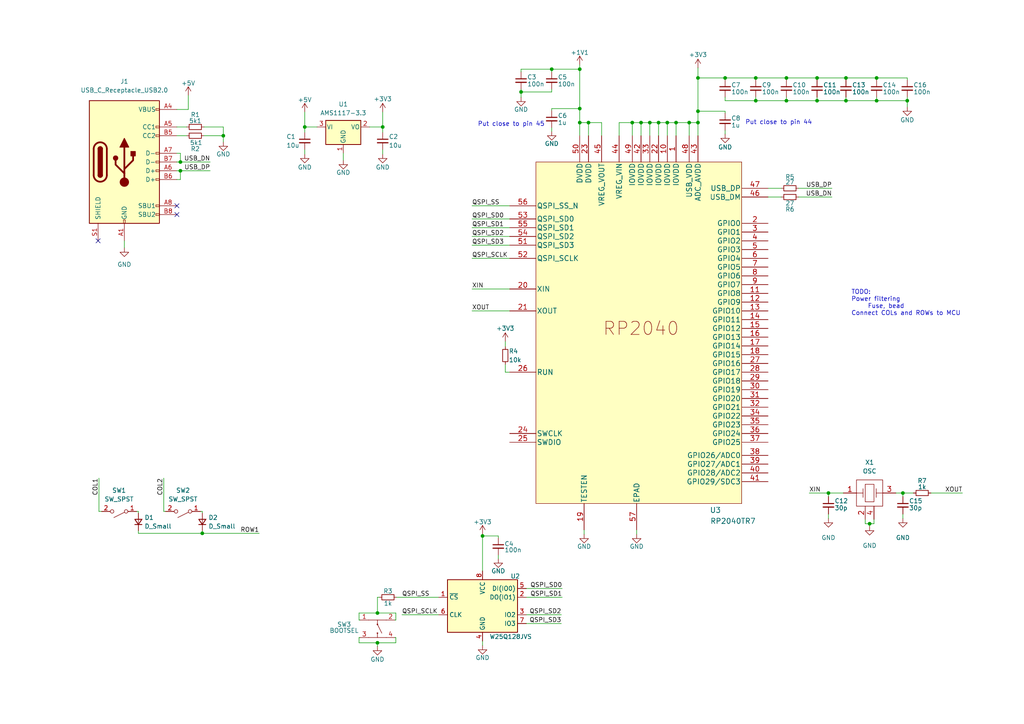
<source format=kicad_sch>
(kicad_sch (version 20211123) (generator eeschema)
  (paper "A4")
  (lib_symbols
    (symbol "Connector:USB_C_Receptacle_USB2.0" (pin_names (offset 1.016))
      (property "Reference" "J" (at -10.16 19.05 0))
      (property "Value" "USB_C_Receptacle_USB2.0" (at 19.05 19.05 0))
      (symbol "USB_C_Receptacle_USB2.0_0_0"
        (rectangle (start -0.254 -17.78) (end 0.254 -16.764))
        (rectangle (start 10.16 -14.986) (end 9.144 -15.494))
        (rectangle (start 10.16 -12.446) (end 9.144 -12.954))
        (rectangle (start 10.16 -4.826) (end 9.144 -5.334))
        (rectangle (start 10.16 -2.286) (end 9.144 -2.794))
        (rectangle (start 10.16 0.254) (end 9.144 -0.254))
        (rectangle (start 10.16 2.794) (end 9.144 2.286))
        (rectangle (start 10.16 7.874) (end 9.144 7.366))
        (rectangle (start 10.16 10.414) (end 9.144 9.906))
        (rectangle (start 10.16 15.494) (end 9.144 14.986))
      )
      (symbol "USB_C_Receptacle_USB2.0_0_1"
        (rectangle (start -10.16 17.78) (end 10.16 -17.78) (stroke (width 0.254)) (fill (type background)))
        (arc (start -8.89 -3.81) (mid -6.985 -5.715) (end -5.08 -3.81) (stroke (width 0.508)))
        (arc (start -7.62 -3.81) (mid -6.985 -4.445) (end -6.35 -3.81) (stroke (width 0.254)))
        (arc (start -7.62 -3.81) (mid -6.985 -4.445) (end -6.35 -3.81) (stroke (width 0.254)) (fill (type outline)))
        (rectangle (start -7.62 -3.81) (end -6.35 3.81) (stroke (width 0.254)) (fill (type outline)))
        (arc (start -6.35 3.81) (mid -6.985 4.445) (end -7.62 3.81) (stroke (width 0.254)))
        (arc (start -6.35 3.81) (mid -6.985 4.445) (end -7.62 3.81) (stroke (width 0.254)) (fill (type outline)))
        (arc (start -5.08 3.81) (mid -6.985 5.715) (end -8.89 3.81) (stroke (width 0.508)))
        (circle (center -2.54 1.143) (radius 0.635) (stroke (width 0.254)) (fill (type outline)))
        (circle (center 0 -5.842) (radius 1.27) (fill (type outline)))
        (polyline (pts (xy -8.89 -3.81) (xy -8.89 3.81)) (stroke (width 0.508)))
        (polyline (pts (xy -5.08 3.81) (xy -5.08 -3.81)) (stroke (width 0.508)))
        (polyline (pts (xy 0 -5.842) (xy 0 4.318)) (stroke (width 0.508)))
        (polyline (pts (xy 0 -3.302) (xy -2.54 -0.762) (xy -2.54 0.508)) (stroke (width 0.508)))
        (polyline (pts (xy 0 -2.032) (xy 2.54 0.508) (xy 2.54 1.778)) (stroke (width 0.508)))
        (polyline (pts (xy -1.27 4.318) (xy 0 6.858) (xy 1.27 4.318) (xy -1.27 4.318)) (stroke (width 0.254)) (fill (type outline)))
        (rectangle (start 1.905 1.778) (end 3.175 3.048) (stroke (width 0.254)) (fill (type outline)))
      )
      (symbol "USB_C_Receptacle_USB2.0_1_1"
        (pin passive line (at 0 -22.86 90) (length 5.08) (name "GND") (number "A1"))
        (pin passive line (at 0 -22.86 90) (length 5.08) hide (name "GND") (number "A12"))
        (pin passive line (at 15.24 15.24 180) (length 5.08) (name "VBUS") (number "A4"))
        (pin bidirectional line (at 15.24 10.16 180) (length 5.08) (name "CC1") (number "A5"))
        (pin bidirectional line (at 15.24 -2.54 180) (length 5.08) (name "D+") (number "A6"))
        (pin bidirectional line (at 15.24 2.54 180) (length 5.08) (name "D-") (number "A7"))
        (pin bidirectional line (at 15.24 -12.7 180) (length 5.08) (name "SBU1") (number "A8"))
        (pin passive line (at 15.24 15.24 180) (length 5.08) hide (name "VBUS") (number "A9"))
        (pin passive line (at 0 -22.86 90) (length 5.08) hide (name "GND") (number "B1"))
        (pin passive line (at 0 -22.86 90) (length 5.08) hide (name "GND") (number "B12"))
        (pin passive line (at 15.24 15.24 180) (length 5.08) hide (name "VBUS") (number "B4"))
        (pin bidirectional line (at 15.24 7.62 180) (length 5.08) (name "CC2") (number "B5"))
        (pin bidirectional line (at 15.24 -5.08 180) (length 5.08) (name "D+") (number "B6"))
        (pin bidirectional line (at 15.24 0 180) (length 5.08) (name "D-") (number "B7"))
        (pin bidirectional line (at 15.24 -15.24 180) (length 5.08) (name "SBU2") (number "B8"))
        (pin passive line (at 15.24 15.24 180) (length 5.08) hide (name "VBUS") (number "B9"))
        (pin passive line (at -7.62 -22.86 90) (length 5.08) (name "SHIELD") (number "S1"))
      )
    )
    (symbol "Device:C_Small" (pin_numbers hide) (pin_names (offset 0.254) hide)
      (property "Reference" "C" (at 0.254 1.778 0))
      (property "Value" "C_Small" (at 0.254 -2.032 0))
      (symbol "C_Small_0_1"
        (polyline (pts (xy -1.524 -0.508) (xy 1.524 -0.508)) (stroke (width 0.3302)))
        (polyline (pts (xy -1.524 0.508) (xy 1.524 0.508)) (stroke (width 0.3048)))
      )
      (symbol "C_Small_1_1"
        (pin passive line (at 0 2.54 270) (length 2.032) (name "~") (number "1"))
        (pin passive line (at 0 -2.54 90) (length 2.032) (name "~") (number "2"))
      )
    )
    (symbol "Device:D_Small" (pin_numbers hide) (pin_names (offset 0.254) hide)
      (property "Reference" "D" (at -1.27 2.032 0))
      (property "Value" "D_Small" (at -3.81 -2.032 0))
      (symbol "D_Small_0_1"
        (polyline (pts (xy -0.762 -1.016) (xy -0.762 1.016)) (stroke (width 0.254)))
        (polyline (pts (xy -0.762 0) (xy 0.762 0)))
        (polyline (pts (xy 0.762 -1.016) (xy -0.762 0) (xy 0.762 1.016) (xy 0.762 -1.016)) (stroke (width 0.254)))
      )
      (symbol "D_Small_1_1"
        (pin passive line (at -2.54 0 0) (length 1.778) (name "K") (number "1"))
        (pin passive line (at 2.54 0 180) (length 1.778) (name "A") (number "2"))
      )
    )
    (symbol "Device:R_Small" (pin_numbers hide) (pin_names (offset 0.254) hide)
      (property "Reference" "R" (at 0.762 0.508 0))
      (property "Value" "R_Small" (at 0.762 -1.016 0))
      (symbol "R_Small_0_1"
        (rectangle (start -0.762 1.778) (end 0.762 -1.778) (stroke (width 0.2032)))
      )
      (symbol "R_Small_1_1"
        (pin passive line (at 0 2.54 270) (length 0.762) (name "~") (number "1"))
        (pin passive line (at 0 -2.54 90) (length 0.762) (name "~") (number "2"))
      )
    )
    (symbol "Memory_Flash:W25Q128JVS"
      (property "Reference" "U" (at -8.89 8.89 0))
      (property "Value" "W25Q128JVS" (at 7.62 8.89 0))
      (symbol "W25Q128JVS_0_1"
        (rectangle (start -10.16 7.62) (end 10.16 -7.62) (stroke (width 0.254)) (fill (type background)))
      )
      (symbol "W25Q128JVS_1_1"
        (pin input line (at -12.7 2.54 0) (length 2.54) (name "~{CS}") (number "1"))
        (pin bidirectional line (at 12.7 2.54 180) (length 2.54) (name "DO(IO1)") (number "2"))
        (pin bidirectional line (at 12.7 -2.54 180) (length 2.54) (name "IO2") (number "3"))
        (pin power_in line (at 0 -10.16 90) (length 2.54) (name "GND") (number "4"))
        (pin bidirectional line (at 12.7 5.08 180) (length 2.54) (name "DI(IO0)") (number "5"))
        (pin input line (at -12.7 -2.54 0) (length 2.54) (name "CLK") (number "6"))
        (pin bidirectional line (at 12.7 -5.08 180) (length 2.54) (name "IO3") (number "7"))
        (pin power_in line (at 0 10.16 270) (length 2.54) (name "VCC") (number "8"))
      )
    )
    (symbol "Regulator_Linear:AMS1117-3.3" (pin_names (offset 0.254))
      (property "Reference" "U" (at -3.81 3.175 0))
      (property "Value" "AMS1117-3.3" (at 0 3.175 0))
      (symbol "AMS1117-3.3_0_1"
        (rectangle (start -5.08 -5.08) (end 5.08 1.905) (stroke (width 0.254)) (fill (type background)))
      )
      (symbol "AMS1117-3.3_1_1"
        (pin power_in line (at 0 -7.62 90) (length 2.54) (name "GND") (number "1"))
        (pin power_out line (at 7.62 0 180) (length 2.54) (name "VO") (number "2"))
        (pin power_in line (at -7.62 0 0) (length 2.54) (name "VI") (number "3"))
      )
    )
    (symbol "Switch:SW_SPST" (pin_names (offset 0) hide)
      (property "Reference" "SW" (at 0 3.175 0))
      (property "Value" "SW_SPST" (at 0 -2.54 0))
      (symbol "SW_SPST_0_0"
        (circle (center -2.032 0) (radius 0.508))
        (polyline (pts (xy -1.524 0.254) (xy 1.524 1.778)))
        (circle (center 2.032 0) (radius 0.508))
      )
      (symbol "SW_SPST_1_1"
        (pin passive line (at -5.08 0 0) (length 2.54) (name "A") (number "1"))
        (pin passive line (at 5.08 0 180) (length 2.54) (name "B") (number "2"))
      )
    )
    (symbol "TwoKey:DTSL-61N-V"
      (property "Reference" "SW" (at 0 8.89 0))
      (property "Value" "DTSL-61N-V" (at 0 6.35 0))
      (symbol "DTSL-61N-V_0_0"
        (pin unspecified line (at -5.08 2.54 0) (length 2.54) (name "") (number "1"))
        (pin unspecified line (at 5.08 2.54 180) (length 2.54) (name "") (number "2"))
        (pin unspecified line (at -5.08 -2.54 0) (length 2.54) (name "") (number "3"))
        (pin unspecified line (at 5.08 -2.54 180) (length 2.54) (name "") (number "4"))
      )
      (symbol "DTSL-61N-V_0_1"
        (circle (center 0 -1.27) (radius 0.1437))
        (polyline (pts (xy -2.54 -2.54) (xy 2.54 -2.54)))
        (polyline (pts (xy -2.54 2.54) (xy 2.54 2.54)))
        (polyline (pts (xy 0 -1.27) (xy 0 -2.54)))
        (polyline (pts (xy 0 1.27) (xy 1.27 -1.27)))
        (polyline (pts (xy 0 2.54) (xy 0 1.27)))
        (circle (center 0 1.27) (radius 0.0001))
        (circle (center 0 1.27) (radius 0.1437))
      )
    )
    (symbol "TwoKey:OSC"
      (property "Reference" "X" (at 0 5.08 0))
      (property "Value" "OSC" (at 0 7.62 0))
      (symbol "OSC_0_1"
        (rectangle (start -3.81 3.81) (end 3.81 -3.81))
        (rectangle (start -1.27 2.54) (end 1.27 -2.54))
        (polyline (pts (xy -3.81 0) (xy -1.905 0)))
        (polyline (pts (xy -1.905 1.27) (xy -1.905 -1.27)))
        (polyline (pts (xy 1.905 0) (xy 3.81 0)))
        (polyline (pts (xy 1.905 1.27) (xy 1.905 -1.27)))
      )
      (symbol "OSC_1_1"
        (pin bidirectional line (at -7.62 0 0) (length 3.81) (name "") (number "1"))
        (pin bidirectional line (at -1.27 -7.62 90) (length 3.81) (name "") (number "2"))
        (pin bidirectional line (at 7.62 0 180) (length 3.81) (name "") (number "3"))
        (pin bidirectional line (at 1.27 -7.62 90) (length 3.81) (name "") (number "4"))
      )
    )
    (symbol "TwoKey:RP2040TR7" (pin_names (offset 0.254))
      (property "Reference" "U" (at 49.53 -100.33 0))
      (property "Value" "RP2040TR7" (at 49.53 -102.87 0))
      (symbol "RP2040TR7_0_0"
        (text "RP2040" (at 30.48 -48.26 0) (effects (font (size 3.81 3.81))))
      )
      (symbol "RP2040TR7_1_1"
        (rectangle (start 0 0) (end 59.69 -99.06) (fill (type background)))
        (pin power_in line (at 40.64 7.62 270) (length 7.62) (name "IOVDD") (number "1"))
        (pin power_in line (at 38.1 7.62 270) (length 7.62) (name "IOVDD") (number "10"))
        (pin bidirectional line (at 67.31 -38.1 180) (length 7.62) (name "GPIO8") (number "11"))
        (pin bidirectional line (at 67.31 -40.64 180) (length 7.62) (name "GPIO9") (number "12"))
        (pin bidirectional line (at 67.31 -43.18 180) (length 7.62) (name "GPIO10") (number "13"))
        (pin bidirectional line (at 67.31 -45.72 180) (length 7.62) (name "GPIO11") (number "14"))
        (pin bidirectional line (at 67.31 -48.26 180) (length 7.62) (name "GPIO12") (number "15"))
        (pin bidirectional line (at 67.31 -50.8 180) (length 7.62) (name "GPIO13") (number "16"))
        (pin bidirectional line (at 67.31 -53.34 180) (length 7.62) (name "GPIO14") (number "17"))
        (pin bidirectional line (at 67.31 -55.88 180) (length 7.62) (name "GPIO15") (number "18"))
        (pin power_in line (at 13.97 -106.68 90) (length 7.62) (name "TESTEN") (number "19"))
        (pin bidirectional line (at 67.31 -17.78 180) (length 7.62) (name "GPIO0") (number "2"))
        (pin input line (at -7.62 -36.83 0) (length 7.62) (name "XIN") (number "20"))
        (pin output line (at -7.62 -43.18 0) (length 7.62) (name "XOUT") (number "21"))
        (pin power_in line (at 35.56 7.62 270) (length 7.62) (name "IOVDD") (number "22"))
        (pin power_in line (at 15.24 7.62 270) (length 7.62) (name "DVDD") (number "23"))
        (pin unspecified line (at -7.62 -78.74 0) (length 7.62) (name "SWCLK") (number "24"))
        (pin bidirectional line (at -7.62 -81.28 0) (length 7.62) (name "SWDIO") (number "25"))
        (pin unspecified line (at -7.62 -60.96 0) (length 7.62) (name "RUN") (number "26"))
        (pin bidirectional line (at 67.31 -58.42 180) (length 7.62) (name "GPIO16") (number "27"))
        (pin bidirectional line (at 67.31 -60.96 180) (length 7.62) (name "GPIO17") (number "28"))
        (pin bidirectional line (at 67.31 -63.5 180) (length 7.62) (name "GPIO18") (number "29"))
        (pin bidirectional line (at 67.31 -20.32 180) (length 7.62) (name "GPIO1") (number "3"))
        (pin bidirectional line (at 67.31 -66.04 180) (length 7.62) (name "GPIO19") (number "30"))
        (pin bidirectional line (at 67.31 -68.58 180) (length 7.62) (name "GPIO20") (number "31"))
        (pin bidirectional line (at 67.31 -71.12 180) (length 7.62) (name "GPIO21") (number "32"))
        (pin power_in line (at 33.02 7.62 270) (length 7.62) (name "IOVDD") (number "33"))
        (pin bidirectional line (at 67.31 -73.66 180) (length 7.62) (name "GPIO22") (number "34"))
        (pin bidirectional line (at 67.31 -76.2 180) (length 7.62) (name "GPIO23") (number "35"))
        (pin bidirectional line (at 67.31 -78.74 180) (length 7.62) (name "GPIO24") (number "36"))
        (pin bidirectional line (at 67.31 -81.28 180) (length 7.62) (name "GPIO25") (number "37"))
        (pin bidirectional line (at 67.31 -85.09 180) (length 7.62) (name "GPIO26/ADC0") (number "38"))
        (pin bidirectional line (at 67.31 -87.63 180) (length 7.62) (name "GPIO27/ADC1") (number "39"))
        (pin bidirectional line (at 67.31 -22.86 180) (length 7.62) (name "GPIO2") (number "4"))
        (pin bidirectional line (at 67.31 -90.17 180) (length 7.62) (name "GPIO28/ADC2") (number "40"))
        (pin bidirectional line (at 67.31 -92.71 180) (length 7.62) (name "GPIO29/SDC3") (number "41"))
        (pin power_in line (at 30.48 7.62 270) (length 7.62) (name "IOVDD") (number "42"))
        (pin power_in line (at 46.99 7.62 270) (length 7.62) (name "ADC_AVDD") (number "43"))
        (pin power_in line (at 24.13 7.62 270) (length 7.62) (name "VREG_VIN") (number "44"))
        (pin power_in line (at 19.05 7.62 270) (length 7.62) (name "VREG_VOUT") (number "45"))
        (pin unspecified line (at 67.31 -10.16 180) (length 7.62) (name "USB_DM") (number "46"))
        (pin unspecified line (at 67.31 -7.62 180) (length 7.62) (name "USB_DP") (number "47"))
        (pin power_in line (at 44.45 7.62 270) (length 7.62) (name "USB_VDD") (number "48"))
        (pin power_in line (at 27.94 7.62 270) (length 7.62) (name "IOVDD") (number "49"))
        (pin bidirectional line (at 67.31 -25.4 180) (length 7.62) (name "GPIO3") (number "5"))
        (pin power_in line (at 12.7 7.62 270) (length 7.62) (name "DVDD") (number "50"))
        (pin bidirectional line (at -7.62 -24.13 0) (length 7.62) (name "QSPI_SD3") (number "51"))
        (pin bidirectional line (at -7.62 -27.94 0) (length 7.62) (name "QSPI_SCLK") (number "52"))
        (pin bidirectional line (at -7.62 -16.51 0) (length 7.62) (name "QSPI_SD0") (number "53"))
        (pin bidirectional line (at -7.62 -21.59 0) (length 7.62) (name "QSPI_SD2") (number "54"))
        (pin bidirectional line (at -7.62 -19.05 0) (length 7.62) (name "QSPI_SD1") (number "55"))
        (pin bidirectional line (at -7.62 -12.7 0) (length 7.62) (name "QSPI_SS_N") (number "56"))
        (pin power_in line (at 29.21 -106.68 90) (length 7.62) (name "EPAD") (number "57"))
        (pin bidirectional line (at 67.31 -27.94 180) (length 7.62) (name "GPIO4") (number "6"))
        (pin bidirectional line (at 67.31 -30.48 180) (length 7.62) (name "GPIO5") (number "7"))
        (pin bidirectional line (at 67.31 -33.02 180) (length 7.62) (name "GPIO6") (number "8"))
        (pin bidirectional line (at 67.31 -35.56 180) (length 7.62) (name "GPIO7") (number "9"))
      )
    )
    (symbol "power:+1V1" (power) (pin_names (offset 0))
      (property "Value" "+1V1" (at 0 3.556 0))
      (symbol "+1V1_0_1"
        (polyline (pts (xy -0.762 1.27) (xy 0 2.54)))
        (polyline (pts (xy 0 0) (xy 0 2.54)))
        (polyline (pts (xy 0 2.54) (xy 0.762 1.27)))
      )
      (symbol "+1V1_1_1"
        (pin power_in line (at 0 0 90) (length 0) hide (name "+1V1") (number "1"))
      )
    )
    (symbol "power:+3V3" (power) (pin_names (offset 0))
      (property "Value" "+3V3" (at 0 3.556 0))
      (symbol "+3V3_0_1"
        (polyline (pts (xy -0.762 1.27) (xy 0 2.54)))
        (polyline (pts (xy 0 0) (xy 0 2.54)))
        (polyline (pts (xy 0 2.54) (xy 0.762 1.27)))
      )
      (symbol "+3V3_1_1"
        (pin power_in line (at 0 0 90) (length 0) hide (name "+3V3") (number "1"))
      )
    )
    (symbol "power:+5V" (power) (pin_names (offset 0))
      (property "Value" "+5V" (at 0 3.556 0))
      (symbol "+5V_0_1"
        (polyline (pts (xy -0.762 1.27) (xy 0 2.54)))
        (polyline (pts (xy 0 0) (xy 0 2.54)))
        (polyline (pts (xy 0 2.54) (xy 0.762 1.27)))
      )
      (symbol "+5V_1_1"
        (pin power_in line (at 0 0 90) (length 0) hide (name "+5V") (number "1"))
      )
    )
    (symbol "power:GND" (power) (pin_names (offset 0))
      (property "Value" "GND" (at 0 -3.81 0))
      (symbol "GND_0_1"
        (polyline (pts (xy 0 0) (xy 0 -1.27) (xy 1.27 -1.27) (xy 0 -2.54) (xy -1.27 -1.27) (xy 0 -1.27)))
      )
      (symbol "GND_1_1"
        (pin power_in line (at 0 0 270) (length 0) hide (name "GND") (number "1"))
      )
    )
  )
  (junction (at 254.254 22.606))
  (junction (at 245.364 22.606))
  (junction (at 236.982 29.21))
  (junction (at 88.392 36.83))
  (junction (at 109.474 177.8))
  (junction (at 139.954 155.448))
  (junction (at 240.284 143.002))
  (junction (at 228.092 29.21))
  (junction (at 228.092 22.606))
  (junction (at 219.202 29.21))
  (junction (at 252.222 151.892))
  (junction (at 58.674 154.686))
  (junction (at 168.148 20.066))
  (junction (at 202.438 32.258))
  (junction (at 151.13 26.67))
  (junction (at 202.438 35.56))
  (junction (at 160.02 20.066))
  (junction (at 168.148 35.56))
  (junction (at 109.474 186.436))
  (junction (at 168.148 31.496))
  (junction (at 210.312 22.606))
  (junction (at 199.898 35.56))
  (junction (at 52.324 46.99))
  (junction (at 110.998 36.83))
  (junction (at 64.77 39.37))
  (junction (at 193.548 35.56))
  (junction (at 245.364 29.21))
  (junction (at 188.468 35.56))
  (junction (at 185.928 35.56))
  (junction (at 170.688 35.56))
  (junction (at 219.202 22.606))
  (junction (at 263.144 29.21))
  (junction (at 52.324 49.53))
  (junction (at 191.008 35.56))
  (junction (at 196.088 35.56))
  (junction (at 261.874 143.002))
  (junction (at 236.982 22.606))
  (junction (at 183.388 35.56))
  (junction (at 254.254 29.21))
  (junction (at 202.438 22.606))
  (no_connect (at 51.308 62.23))
  (no_connect (at 51.308 59.69))
  (no_connect (at 28.448 69.85))
  (wire (pts (xy 202.438 22.606) (xy 202.438 32.258)))
  (wire (pts (xy 88.392 43.434) (xy 88.392 44.704)))
  (wire (pts (xy 139.954 165.608) (xy 139.954 155.448)))
  (wire (pts (xy 160.02 20.828) (xy 160.02 20.066)))
  (wire (pts (xy 188.468 35.56) (xy 191.008 35.56)))
  (wire (pts (xy 270.002 143.002) (xy 279.146 143.002)))
  (wire (pts (xy 245.364 22.606) (xy 245.364 23.114)))
  (wire (pts (xy 170.688 35.56) (xy 168.148 35.56)))
  (wire (pts (xy 52.324 52.07) (xy 52.324 49.53)))
  (wire (pts (xy 222.758 54.61) (xy 226.568 54.61)))
  (wire (pts (xy 236.982 23.114) (xy 236.982 22.606)))
  (wire (pts (xy 196.088 35.56) (xy 199.898 35.56)))
  (wire (pts (xy 107.188 36.83) (xy 110.998 36.83)))
  (wire (pts (xy 146.558 105.664) (xy 146.558 107.95)))
  (wire (pts (xy 40.132 153.924) (xy 40.132 154.686)))
  (wire (pts (xy 160.02 26.67) (xy 160.02 25.908)))
  (wire (pts (xy 152.654 173.228) (xy 163.068 173.228)))
  (wire (pts (xy 250.952 151.892) (xy 252.222 151.892)))
  (wire (pts (xy 254.254 28.194) (xy 254.254 29.21)))
  (wire (pts (xy 222.758 57.15) (xy 226.568 57.15)))
  (wire (pts (xy 51.308 44.45) (xy 52.324 44.45)))
  (wire (pts (xy 236.982 29.21) (xy 245.364 29.21)))
  (wire (pts (xy 116.586 178.308) (xy 127.254 178.308)))
  (wire (pts (xy 191.008 35.56) (xy 191.008 39.37)))
  (wire (pts (xy 146.558 107.95) (xy 147.828 107.95)))
  (wire (pts (xy 40.132 154.686) (xy 58.674 154.686)))
  (wire (pts (xy 58.674 153.924) (xy 58.674 154.686)))
  (wire (pts (xy 236.982 22.606) (xy 245.364 22.606)))
  (wire (pts (xy 261.874 150.368) (xy 261.874 149.098)))
  (wire (pts (xy 52.324 46.99) (xy 60.96 46.99)))
  (wire (pts (xy 104.14 179.832) (xy 104.14 177.8)))
  (wire (pts (xy 252.222 151.892) (xy 253.492 151.892)))
  (wire (pts (xy 254.254 22.606) (xy 263.144 22.606)))
  (wire (pts (xy 188.468 35.56) (xy 188.468 39.37)))
  (wire (pts (xy 250.952 150.622) (xy 250.952 151.892)))
  (wire (pts (xy 109.982 173.228) (xy 109.474 173.228)))
  (wire (pts (xy 196.088 35.56) (xy 196.088 39.37)))
  (wire (pts (xy 136.906 59.69) (xy 147.828 59.69)))
  (wire (pts (xy 219.202 29.21) (xy 228.092 29.21)))
  (wire (pts (xy 104.394 184.912) (xy 104.14 184.912)))
  (wire (pts (xy 136.906 66.04) (xy 147.828 66.04)))
  (wire (pts (xy 240.284 143.002) (xy 240.284 144.018)))
  (wire (pts (xy 64.77 36.83) (xy 64.77 39.37)))
  (wire (pts (xy 28.702 138.684) (xy 28.702 148.336)))
  (wire (pts (xy 261.874 143.002) (xy 261.874 144.018)))
  (wire (pts (xy 240.284 150.368) (xy 240.284 149.098)))
  (wire (pts (xy 240.284 143.002) (xy 244.602 143.002)))
  (wire (pts (xy 151.13 20.828) (xy 151.13 20.066)))
  (wire (pts (xy 51.308 31.75) (xy 54.61 31.75)))
  (wire (pts (xy 185.928 35.56) (xy 185.928 39.37)))
  (wire (pts (xy 263.144 28.194) (xy 263.144 29.21)))
  (wire (pts (xy 51.308 36.83) (xy 54.102 36.83)))
  (wire (pts (xy 51.308 52.07) (xy 52.324 52.07)))
  (wire (pts (xy 51.308 49.53) (xy 52.324 49.53)))
  (wire (pts (xy 228.092 29.21) (xy 236.982 29.21)))
  (wire (pts (xy 40.132 148.336) (xy 40.132 148.844)))
  (wire (pts (xy 88.392 32.512) (xy 88.392 36.83)))
  (wire (pts (xy 152.654 178.308) (xy 162.814 178.308)))
  (wire (pts (xy 58.166 148.336) (xy 58.674 148.336)))
  (wire (pts (xy 184.658 153.67) (xy 184.658 154.94)))
  (wire (pts (xy 47.498 138.684) (xy 47.498 148.336)))
  (wire (pts (xy 136.906 63.5) (xy 147.828 63.5)))
  (wire (pts (xy 254.254 22.606) (xy 254.254 23.114)))
  (wire (pts (xy 261.874 143.002) (xy 264.922 143.002)))
  (wire (pts (xy 160.02 31.496) (xy 168.148 31.496)))
  (wire (pts (xy 228.092 22.606) (xy 228.092 23.114)))
  (wire (pts (xy 109.474 173.228) (xy 109.474 177.8)))
  (wire (pts (xy 64.77 39.37) (xy 64.77 41.148)))
  (wire (pts (xy 183.388 35.56) (xy 183.388 39.37)))
  (wire (pts (xy 91.948 36.83) (xy 88.392 36.83)))
  (wire (pts (xy 39.624 148.336) (xy 40.132 148.336)))
  (wire (pts (xy 219.202 22.606) (xy 228.092 22.606)))
  (wire (pts (xy 168.148 18.796) (xy 168.148 20.066)))
  (wire (pts (xy 139.954 155.448) (xy 139.954 154.94)))
  (wire (pts (xy 168.148 31.496) (xy 168.148 35.56)))
  (wire (pts (xy 152.654 170.688) (xy 163.068 170.688)))
  (wire (pts (xy 136.906 71.12) (xy 147.828 71.12)))
  (wire (pts (xy 252.222 151.892) (xy 252.222 152.654)))
  (wire (pts (xy 114.554 184.912) (xy 114.808 184.912)))
  (wire (pts (xy 104.14 186.436) (xy 109.474 186.436)))
  (wire (pts (xy 174.498 35.56) (xy 170.688 35.56)))
  (wire (pts (xy 58.674 148.336) (xy 58.674 148.844)))
  (wire (pts (xy 114.808 177.8) (xy 114.808 179.832)))
  (wire (pts (xy 109.474 186.436) (xy 109.474 187.452)))
  (wire (pts (xy 263.144 22.606) (xy 263.144 23.114)))
  (wire (pts (xy 136.906 68.58) (xy 147.828 68.58)))
  (wire (pts (xy 219.202 23.114) (xy 219.202 22.606)))
  (wire (pts (xy 202.438 19.685) (xy 202.438 22.606)))
  (wire (pts (xy 58.674 154.686) (xy 75.184 154.686)))
  (wire (pts (xy 210.312 32.766) (xy 210.312 32.258)))
  (wire (pts (xy 51.308 46.99) (xy 52.324 46.99)))
  (wire (pts (xy 202.438 35.56) (xy 202.438 39.37)))
  (wire (pts (xy 59.182 39.37) (xy 64.77 39.37)))
  (wire (pts (xy 245.364 22.606) (xy 254.254 22.606)))
  (wire (pts (xy 210.312 23.114) (xy 210.312 22.606)))
  (wire (pts (xy 115.062 173.228) (xy 127.254 173.228)))
  (wire (pts (xy 254.254 29.21) (xy 263.144 29.21)))
  (wire (pts (xy 36.068 71.882) (xy 36.068 69.85)))
  (wire (pts (xy 151.13 25.908) (xy 151.13 26.67)))
  (wire (pts (xy 228.092 28.194) (xy 228.092 29.21)))
  (wire (pts (xy 51.308 39.37) (xy 54.102 39.37)))
  (wire (pts (xy 169.418 153.67) (xy 169.418 154.94)))
  (wire (pts (xy 151.13 20.066) (xy 160.02 20.066)))
  (wire (pts (xy 210.312 29.21) (xy 219.202 29.21)))
  (wire (pts (xy 228.092 22.606) (xy 236.982 22.606)))
  (wire (pts (xy 193.548 35.56) (xy 196.088 35.56)))
  (wire (pts (xy 191.008 35.56) (xy 193.548 35.56)))
  (wire (pts (xy 236.982 28.194) (xy 236.982 29.21)))
  (wire (pts (xy 104.14 177.8) (xy 109.474 177.8)))
  (wire (pts (xy 144.526 155.448) (xy 144.526 155.956)))
  (wire (pts (xy 59.182 36.83) (xy 64.77 36.83)))
  (wire (pts (xy 136.906 83.82) (xy 147.828 83.82)))
  (wire (pts (xy 185.928 35.56) (xy 188.468 35.56)))
  (wire (pts (xy 139.954 185.928) (xy 139.954 187.198)))
  (wire (pts (xy 52.324 44.45) (xy 52.324 46.99)))
  (wire (pts (xy 151.13 26.67) (xy 160.02 26.67)))
  (wire (pts (xy 210.312 28.194) (xy 210.312 29.21)))
  (wire (pts (xy 174.498 39.37) (xy 174.498 35.56)))
  (wire (pts (xy 202.438 32.258) (xy 202.438 35.56)))
  (wire (pts (xy 151.13 26.67) (xy 151.13 28.194)))
  (wire (pts (xy 99.568 44.45) (xy 99.568 46.482)))
  (wire (pts (xy 210.312 22.606) (xy 219.202 22.606)))
  (wire (pts (xy 52.324 49.53) (xy 60.96 49.53)))
  (wire (pts (xy 114.808 186.436) (xy 109.474 186.436)))
  (wire (pts (xy 263.144 29.21) (xy 263.144 30.988)))
  (wire (pts (xy 104.394 179.832) (xy 104.14 179.832)))
  (wire (pts (xy 152.654 180.848) (xy 162.814 180.848)))
  (wire (pts (xy 54.61 27.686) (xy 54.61 31.75)))
  (wire (pts (xy 231.648 57.15) (xy 241.3 57.15)))
  (wire (pts (xy 253.492 150.622) (xy 253.492 151.892)))
  (wire (pts (xy 193.548 35.56) (xy 193.548 39.37)))
  (wire (pts (xy 245.364 28.194) (xy 245.364 29.21)))
  (wire (pts (xy 110.998 36.83) (xy 110.998 38.354)))
  (wire (pts (xy 231.648 54.61) (xy 241.3 54.61)))
  (wire (pts (xy 245.364 29.21) (xy 254.254 29.21)))
  (wire (pts (xy 160.02 20.066) (xy 168.148 20.066)))
  (wire (pts (xy 114.554 179.832) (xy 114.808 179.832)))
  (wire (pts (xy 199.898 35.56) (xy 202.438 35.56)))
  (wire (pts (xy 136.906 74.93) (xy 147.828 74.93)))
  (wire (pts (xy 199.898 35.56) (xy 199.898 39.37)))
  (wire (pts (xy 110.998 43.434) (xy 110.998 44.704)))
  (wire (pts (xy 109.474 177.8) (xy 114.808 177.8)))
  (wire (pts (xy 168.148 20.066) (xy 168.148 31.496)))
  (wire (pts (xy 104.14 184.912) (xy 104.14 186.436)))
  (wire (pts (xy 146.558 99.06) (xy 146.558 100.584)))
  (wire (pts (xy 179.578 35.56) (xy 183.388 35.56)))
  (wire (pts (xy 168.148 35.56) (xy 168.148 39.37)))
  (wire (pts (xy 234.696 143.002) (xy 240.284 143.002)))
  (wire (pts (xy 47.498 148.336) (xy 48.006 148.336)))
  (wire (pts (xy 110.998 32.512) (xy 110.998 36.83)))
  (wire (pts (xy 28.702 148.336) (xy 29.464 148.336)))
  (wire (pts (xy 259.842 143.002) (xy 261.874 143.002)))
  (wire (pts (xy 202.438 32.258) (xy 210.312 32.258)))
  (wire (pts (xy 210.312 22.606) (xy 202.438 22.606)))
  (wire (pts (xy 160.02 37.084) (xy 160.02 38.1)))
  (wire (pts (xy 210.312 37.846) (xy 210.312 38.862)))
  (wire (pts (xy 136.906 90.17) (xy 147.828 90.17)))
  (wire (pts (xy 88.392 36.83) (xy 88.392 38.354)))
  (wire (pts (xy 144.526 161.036) (xy 144.526 162.052)))
  (wire (pts (xy 179.578 39.37) (xy 179.578 35.56)))
  (wire (pts (xy 170.688 35.56) (xy 170.688 39.37)))
  (wire (pts (xy 219.202 28.194) (xy 219.202 29.21)))
  (wire (pts (xy 160.02 32.004) (xy 160.02 31.496)))
  (wire (pts (xy 183.388 35.56) (xy 185.928 35.56)))
  (wire (pts (xy 139.954 155.448) (xy 144.526 155.448)))
  (wire (pts (xy 114.808 184.912) (xy 114.808 186.436)))
  (text "Put close to pin 45" (at 157.988 36.83 180) (effects (font (size 1.27 1.27)) (justify right bottom)))
  (text "TODO:\nPower filtering\n	Fuse, bead\nConnect COLs and ROWs to MCU" (at 246.888 91.694 0) (effects (font (size 1.27 1.27)) (justify left bottom)))
  (text "Put close to pin 44" (at 216.154 36.322 0) (effects (font (size 1.27 1.27)) (justify left bottom)))
  (label "ROW1" (at 75.184 154.686 180))
  (label "QSPI_SD0" (at 136.906 63.5 0))
  (label "USB_DN" (at 241.3 57.15 180))
  (label "QSPI_SD2" (at 162.814 178.308 180))
  (label "QSPI_SS" (at 136.906 59.69 0))
  (label "QSPI_SCLK" (at 116.586 178.308 0))
  (label "QSPI_SS" (at 116.586 173.228 0))
  (label "QSPI_SCLK" (at 136.906 74.93 0))
  (label "QSPI_SD0" (at 163.068 170.688 180))
  (label "QSPI_SD1" (at 136.906 66.04 0))
  (label "COL2" (at 47.498 138.684 270))
  (label "COL1" (at 28.702 138.684 270))
  (label "XOUT" (at 279.146 143.002 180))
  (label "USB_DP" (at 60.96 49.53 180))
  (label "XOUT" (at 136.906 90.17 0))
  (label "QSPI_SD3" (at 136.906 71.12 0))
  (label "QSPI_SD2" (at 136.906 68.58 0))
  (label "XIN" (at 234.696 143.002 0))
  (label "USB_DP" (at 241.3 54.61 180))
  (label "USB_DN" (at 60.96 46.99 180))
  (label "QSPI_SD1" (at 163.068 173.228 180))
  (label "XIN" (at 136.906 83.82 0))
  (label "QSPI_SD3" (at 162.814 180.848 180))
  (symbol (lib_id "Device:R_Small") (at 267.462 143.002 90) (unit 1)
    (property "Reference" "R7" (at 267.462 139.446 90))
    (property "Value" "1k" (at 267.462 141.224 90))
    (property "Footprint" "Resistor_SMD:R_0603_1608Metric" (effects hide))
    (property "LCSC Part Number" "C21190" (effects hide))
    (property "Manufacturer" "UNI-ROYAL(Uniroyal Elec)" (effects hide))
    (property "Manufacturer Part Number" "0603WAF1001T5E" (effects hide))
  )
  (symbol (lib_id "Device:R_Small") (at 146.558 103.124 0) (unit 1)
    (property "Reference" "R4" (at 147.574 101.8539 0) (effects (justify left)))
    (property "Value" "10k" (at 147.574 104.3939 0) (effects (justify left)))
    (property "Footprint" "Resistor_SMD:R_0603_1608Metric" (effects hide))
    (property "LCSC Part Number" "C25804" (effects hide))
    (property "Manufacturer" "UNI-ROYAL(Uniroyal Elec)" (effects hide))
    (property "Manufacturer Part Number" "0603WAF1002T5E" (effects hide))
  )
  (symbol (lib_id "Switch:SW_SPST") (at 53.086 148.336 180) (unit 1)
    (property "Reference" "SW2" (at 53.086 142.24 0))
    (property "Value" "SW_SPST" (at 53.086 144.78 0))
    (property "Footprint" "keyswitches:Kailh_socket_MX" (effects hide))
  )
  (symbol (lib_id "power:GND") (at 151.13 28.194 0) (unit 1)
    (property "Reference" "#PWR014" (effects hide))
    (property "Value" "GND" (at 151.13 31.75 0))
  )
  (symbol (lib_id "Device:C_Small") (at 236.982 25.654 0) (unit 1)
    (property "Reference" "C11" (at 238.76 24.6442 0) (effects (justify left)))
    (property "Value" "100n" (at 238.76 26.6762 0) (effects (justify left)))
    (property "Footprint" "Capacitor_SMD:C_0603_1608Metric" (effects hide))
    (property "LCSC Part Number" "C1591" (effects hide))
    (property "Manufacturer" "Samsung Electro-Mechanics" (effects hide))
    (property "Manufacturer Part Number" "CL10B104KB8NNNC" (effects hide))
  )
  (symbol (lib_id "Device:C_Small") (at 254.254 25.654 0) (unit 1)
    (property "Reference" "C14" (at 256.032 24.6442 0) (effects (justify left)))
    (property "Value" "100n" (at 256.032 26.6762 0) (effects (justify left)))
    (property "Footprint" "Capacitor_SMD:C_0603_1608Metric" (effects hide))
    (property "LCSC Part Number" "C1591" (effects hide))
    (property "Manufacturer" "Samsung Electro-Mechanics" (effects hide))
    (property "Manufacturer Part Number" "CL10B104KB8NNNC" (effects hide))
  )
  (symbol (lib_id "power:GND") (at 144.526 162.052 0) (unit 1)
    (property "Reference" "#PWR015" (effects hide))
    (property "Value" "GND" (at 144.526 165.608 0))
  )
  (symbol (lib_id "Device:C_Small") (at 160.02 34.544 0) (unit 1)
    (property "Reference" "C6" (at 161.798 33.5342 0) (effects (justify left)))
    (property "Value" "1u" (at 161.798 35.5662 0) (effects (justify left)))
    (property "Footprint" "Capacitor_SMD:C_0603_1608Metric" (effects hide))
    (property "LCSC Part Number" "C1592" (effects hide))
    (property "Manufacturer" "Samsung Electro-Mechanics" (effects hide))
    (property "Manufacturer Part Number" "CL10A105KO8NNNC" (effects hide))
  )
  (symbol (lib_id "power:+3V3") (at 202.438 19.685 0) (unit 1)
    (property "Reference" "#PWR020" (effects hide))
    (property "Value" "+3V3" (at 202.438 15.875 0))
  )
  (symbol (lib_id "Device:C_Small") (at 245.364 25.654 0) (unit 1)
    (property "Reference" "C13" (at 247.142 24.6442 0) (effects (justify left)))
    (property "Value" "100n" (at 247.142 26.6762 0) (effects (justify left)))
    (property "Footprint" "Capacitor_SMD:C_0603_1608Metric" (effects hide))
    (property "LCSC Part Number" "C1591" (effects hide))
    (property "Manufacturer" "Samsung Electro-Mechanics" (effects hide))
    (property "Manufacturer Part Number" "CL10B104KB8NNNC" (effects hide))
  )
  (symbol (lib_id "power:GND") (at 240.284 150.368 0) (unit 1)
    (property "Reference" "#PWR022" (effects hide))
    (property "Value" "GND" (at 240.284 155.956 0))
  )
  (symbol (lib_id "Device:C_Small") (at 151.13 23.368 0) (unit 1)
    (property "Reference" "C3" (at 152.908 22.3582 0) (effects (justify left)))
    (property "Value" "100n" (at 152.908 24.3902 0) (effects (justify left)))
    (property "Footprint" "Capacitor_SMD:C_0603_1608Metric" (effects hide))
    (property "LCSC Part Number" "C1591" (effects hide))
    (property "Manufacturer" "Samsung Electro-Mechanics" (effects hide))
    (property "Manufacturer Part Number" "CL10B104KB8NNNC" (effects hide))
  )
  (symbol (lib_id "power:+3V3") (at 146.558 99.06 0) (unit 1)
    (property "Reference" "#PWR011" (effects hide))
    (property "Value" "+3V3" (at 146.558 95.25 0))
  )
  (symbol (lib_id "power:GND") (at 261.874 150.368 0) (unit 1)
    (property "Reference" "#PWR024" (effects hide))
    (property "Value" "GND" (at 261.874 155.956 0))
  )
  (symbol (lib_id "Device:D_Small") (at 40.132 151.384 90) (unit 1)
    (property "Reference" "D1" (at 41.91 150.1139 90) (effects (justify right)))
    (property "Value" "D_Small" (at 41.91 152.6539 90) (effects (justify right)))
    (property "Footprint" "Diode_SMD:D_SOD-123" (effects hide))
    (property "LCSC Part Number" "C115103" (effects hide))
    (property "Manufacturer" "Shandong Jingdao Microelectronics" (effects hide))
    (property "Manufacturer Part Number" "1N4148W" (effects hide))
  )
  (symbol (lib_id "power:GND") (at 139.954 187.198 0) (unit 1)
    (property "Reference" "#PWR013" (effects hide))
    (property "Value" "GND" (at 139.954 190.754 0))
  )
  (symbol (lib_id "Device:C_Small") (at 228.092 25.654 0) (unit 1)
    (property "Reference" "C10" (at 229.87 24.6442 0) (effects (justify left)))
    (property "Value" "100n" (at 229.87 26.6762 0) (effects (justify left)))
    (property "Footprint" "Capacitor_SMD:C_0603_1608Metric" (effects hide))
    (property "LCSC Part Number" "C1591" (effects hide))
    (property "Manufacturer" "Samsung Electro-Mechanics" (effects hide))
    (property "Manufacturer Part Number" "CL10B104KB8NNNC" (effects hide))
  )
  (symbol (lib_id "Device:C_Small") (at 110.998 40.894 0) (unit 1)
    (property "Reference" "C2" (at 112.776 39.6302 0) (effects (justify left)))
    (property "Value" "10u" (at 112.776 42.1702 0) (effects (justify left)))
    (property "Footprint" "Capacitor_SMD:C_0603_1608Metric" (effects hide))
    (property "LCSC Part Number" "C1691" (effects hide))
    (property "Manufacturer" "Samsung Electro-Mechanics" (effects hide))
    (property "Manufacturer Part Number" "CL10A106MQ8NNNC" (effects hide))
  )
  (symbol (lib_id "power:+3V3") (at 110.998 32.512 0) (unit 1)
    (property "Reference" "#PWR07" (effects hide))
    (property "Value" "+3V3" (at 110.998 28.702 0))
  )
  (symbol (lib_id "Device:R_Small") (at 229.108 54.61 90) (unit 1)
    (property "Reference" "R5" (at 229.108 51.308 90))
    (property "Value" "27" (at 229.108 52.832 90))
    (property "Footprint" "Resistor_SMD:R_0603_1608Metric" (effects hide))
    (property "LCSC Part Number" "C25190" (effects hide))
    (property "Manufacturer" "UNI-ROYAL(Uniroyal Elec)" (effects hide))
    (property "Manufacturer Part Number" "0603WAF270JT5E" (effects hide))
  )
  (symbol (lib_id "Device:C_Small") (at 88.392 40.894 0) (unit 1)
    (property "Reference" "C1" (at 83.058 39.6302 0) (effects (justify left)))
    (property "Value" "10u" (at 83.058 42.1702 0) (effects (justify left)))
    (property "Footprint" "Capacitor_SMD:C_0603_1608Metric" (effects hide))
    (property "LCSC Part Number" "C1691" (effects hide))
    (property "Manufacturer" "Samsung Electro-Mechanics" (effects hide))
    (property "Manufacturer Part Number" "CL10A106MQ8NNNC" (effects hide))
  )
  (symbol (lib_id "TwoKey:OSC") (at 252.222 143.002 0) (unit 1)
    (property "Reference" "X1" (at 252.222 134.112 0))
    (property "Value" "OSC" (at 252.222 136.652 0))
    (property "Footprint" "Crystal:Crystal_SMD_3225-4Pin_3.2x2.5mm" (effects hide))
    (property "LCSC Part Number" "C9002" (effects hide))
    (property "Manufacturer" "Yangxing Tech" (effects hide))
    (property "Manufacturer Part Number" "X322512MSB4SI" (effects hide))
  )
  (symbol (lib_id "power:GND") (at 252.222 152.654 0) (unit 1)
    (property "Reference" "#PWR023" (effects hide))
    (property "Value" "GND" (at 252.222 158.242 0))
  )
  (symbol (lib_id "Memory_Flash:W25Q128JVS") (at 139.954 175.768 0) (unit 1)
    (property "Reference" "U2" (at 148.0694 167.132 0) (effects (justify left)))
    (property "Value" "W25Q128JVS" (at 141.9734 184.658 0) (effects (justify left)))
    (property "Footprint" "Package_SO:SOIC-8_5.23x5.23mm_P1.27mm" (effects hide))
    (property "Datasheet" "http://www.winbond.com/resource-files/w25q128jv_dtr%20revc%2003272018%20plus.pdf" (effects hide))
    (property "LCSC Part Number" "C113767" (effects hide))
    (property "Manufacturer" "Winbond Elec" (effects hide))
    (property "Manufacturer Part Number" "W25Q128JVSIQ" (effects hide))
  )
  (symbol (lib_id "power:GND") (at 88.392 44.704 0) (unit 1)
    (property "Reference" "#PWR05" (effects hide))
    (property "Value" "GND" (at 88.392 48.514 0))
  )
  (symbol (lib_id "Device:C_Small") (at 240.284 146.558 0) (unit 1)
    (property "Reference" "C12" (at 242.062 145.2942 0) (effects (justify left)))
    (property "Value" "30p" (at 242.062 147.3262 0) (effects (justify left)))
    (property "Footprint" "Capacitor_SMD:C_0603_1608Metric" (effects hide))
    (property "LCSC Part Number" "C113797" (effects hide))
    (property "Manufacturer" "YAGEO" (effects hide))
    (property "Manufacturer Part Number" "CC0603JRNPO9BN300" (effects hide))
  )
  (symbol (lib_id "power:GND") (at 160.02 38.1 0) (unit 1)
    (property "Reference" "#PWR016" (effects hide))
    (property "Value" "GND" (at 160.02 41.656 0))
  )
  (symbol (lib_id "Device:C_Small") (at 261.874 146.558 0) (unit 1)
    (property "Reference" "C15" (at 263.652 145.2942 0) (effects (justify left)))
    (property "Value" "30p" (at 263.652 147.3262 0) (effects (justify left)))
    (property "Footprint" "Capacitor_SMD:C_0603_1608Metric" (effects hide))
    (property "LCSC Part Number" "C113797" (effects hide))
    (property "Manufacturer" "YAGEO" (effects hide))
    (property "Manufacturer Part Number" "CC0603JRNPO9BN300" (effects hide))
  )
  (symbol (lib_id "power:+1V1") (at 168.148 18.796 0) (unit 1)
    (property "Reference" "#PWR017" (effects hide))
    (property "Value" "+1V1" (at 168.148 15.24 0))
  )
  (symbol (lib_id "power:GND") (at 210.312 38.862 0) (unit 1)
    (property "Reference" "#PWR021" (effects hide))
    (property "Value" "GND" (at 210.312 42.672 0))
  )
  (symbol (lib_id "power:GND") (at 263.144 30.988 0) (unit 1)
    (property "Reference" "#PWR025" (effects hide))
    (property "Value" "GND" (at 263.144 34.798 0))
  )
  (symbol (lib_id "power:GND") (at 64.77 41.148 0) (unit 1)
    (property "Reference" "#PWR03" (effects hide))
    (property "Value" "GND" (at 64.77 44.704 0))
  )
  (symbol (lib_id "Connector:USB_C_Receptacle_USB2.0") (at 36.068 46.99 0) (unit 1)
    (property "Reference" "J1" (at 36.068 23.622 0))
    (property "Value" "USB_C_Receptacle_USB2.0" (at 36.068 26.162 0))
    (property "Footprint" "Connector_USB:USB_C_Receptacle_HRO_TYPE-C-31-M-12" (effects hide))
    (property "Datasheet" "https://www.usb.org/sites/default/files/documents/usb_type-c.zip" (effects hide))
    (property "LCSC Part Number" "C709357" (effects hide))
    (property "Manufacturer" "Shenzhen Kinghelm Elec" (effects hide))
    (property "Manufacturer Part Number" "KH-TYPE-C-16P" (effects hide))
  )
  (symbol (lib_id "Regulator_Linear:AMS1117-3.3") (at 99.568 36.83 0) (unit 1)
    (property "Reference" "U1" (at 99.568 30.226 0))
    (property "Value" "AMS1117-3.3" (at 99.568 32.766 0))
    (property "Footprint" "Package_TO_SOT_SMD:SOT-223-3_TabPin2" (effects hide))
    (property "Datasheet" "http://www.advanced-monolithic.com/pdf/ds1117.pdf" (effects hide))
    (property "LCSC Part Number" "C173386" (effects hide))
    (property "Manufacturer" "Shenzhen Fuman Elec" (effects hide))
    (property "Manufacturer Part Number" "AMS1117-3.3V" (effects hide))
  )
  (symbol (lib_id "TwoKey:RP2040TR7") (at 155.448 46.99 0) (unit 1)
    (property "Reference" "U3" (at 207.518 147.955 0) (effects (font (size 1.524 1.524))))
    (property "Value" "RP2040TR7" (at 212.598 151.13 0) (effects (font (size 1.524 1.524))))
    (property "Footprint" "TwoKey:RP2040TR7" (effects hide))
  )
  (symbol (lib_id "power:+5V") (at 88.392 32.512 0) (unit 1)
    (property "Reference" "#PWR04" (effects hide))
    (property "Value" "+5V" (at 88.392 28.956 0))
  )
  (symbol (lib_id "Device:R_Small") (at 112.522 173.228 270) (unit 1)
    (property "Reference" "R3" (at 112.522 171.45 90))
    (property "Value" "1k" (at 112.522 175.006 90))
    (property "Footprint" "Resistor_SMD:R_0603_1608Metric" (effects hide))
    (property "LCSC Part Number" "C21190" (effects hide))
    (property "Manufacturer" "UNI-ROYAL(Uniroyal Elec)" (effects hide))
    (property "Manufacturer Part Number" "0603WAF1001T5E" (effects hide))
  )
  (symbol (lib_id "Device:C_Small") (at 210.312 25.654 0) (unit 1)
    (property "Reference" "C7" (at 212.09 24.6442 0) (effects (justify left)))
    (property "Value" "100n" (at 212.09 26.6762 0) (effects (justify left)))
    (property "Footprint" "Capacitor_SMD:C_0603_1608Metric" (effects hide))
    (property "LCSC Part Number" "C1591" (effects hide))
    (property "Manufacturer" "Samsung Electro-Mechanics" (effects hide))
    (property "Manufacturer Part Number" "CL10B104KB8NNNC" (effects hide))
  )
  (symbol (lib_id "Device:C_Small") (at 263.144 25.654 0) (unit 1)
    (property "Reference" "C16" (at 264.922 24.6442 0) (effects (justify left)))
    (property "Value" "100n" (at 264.922 26.6762 0) (effects (justify left)))
    (property "Footprint" "Capacitor_SMD:C_0603_1608Metric" (effects hide))
    (property "LCSC Part Number" "C1591" (effects hide))
    (property "Manufacturer" "Samsung Electro-Mechanics" (effects hide))
    (property "Manufacturer Part Number" "CL10B104KB8NNNC" (effects hide))
  )
  (symbol (lib_id "Device:R_Small") (at 229.108 57.15 90) (unit 1)
    (property "Reference" "R6" (at 229.108 60.706 90))
    (property "Value" "27" (at 229.108 58.928 90))
    (property "Footprint" "Resistor_SMD:R_0603_1608Metric" (effects hide))
    (property "LCSC Part Number" "C25190" (effects hide))
    (property "Manufacturer" "UNI-ROYAL(Uniroyal Elec)" (effects hide))
    (property "Manufacturer Part Number" "0603WAF270JT5E" (effects hide))
  )
  (symbol (lib_id "Device:C_Small") (at 219.202 25.654 0) (unit 1)
    (property "Reference" "C9" (at 220.98 24.6442 0) (effects (justify left)))
    (property "Value" "100n" (at 220.98 26.6762 0) (effects (justify left)))
    (property "Footprint" "Capacitor_SMD:C_0603_1608Metric" (effects hide))
    (property "LCSC Part Number" "C1591" (effects hide))
    (property "Manufacturer" "Samsung Electro-Mechanics" (effects hide))
    (property "Manufacturer Part Number" "CL10B104KB8NNNC" (effects hide))
  )
  (symbol (lib_id "power:+5V") (at 54.61 27.686 0) (unit 1)
    (property "Reference" "#PWR02" (effects hide))
    (property "Value" "+5V" (at 54.61 24.13 0))
  )
  (symbol (lib_id "power:GND") (at 184.658 154.94 0) (unit 1)
    (property "Reference" "#PWR019" (effects hide))
    (property "Value" "GND" (at 184.658 158.496 0))
  )
  (symbol (lib_id "TwoKey:DTSL-61N-V") (at 109.474 182.372 0) (unit 1)
    (property "Reference" "SW3" (at 99.822 181.102 0))
    (property "Value" "BOOTSEL" (at 99.822 182.88 0))
    (property "Footprint" "TwoKey:DTSL-61N-V" (effects hide))
    (property "LCSC Part Number" "C495902" (effects hide))
    (property "Manufacturer" "Diptronics" (effects hide))
    (property "Manufacturer Part Number" "DTSL-61N-V-T/R" (effects hide))
  )
  (symbol (lib_id "power:GND") (at 99.568 46.482 0) (unit 1)
    (property "Reference" "#PWR06" (effects hide))
    (property "Value" "GND" (at 99.568 50.038 0))
  )
  (symbol (lib_id "Device:D_Small") (at 58.674 151.384 90) (unit 1)
    (property "Reference" "D2" (at 60.452 150.1139 90) (effects (justify right)))
    (property "Value" "D_Small" (at 60.452 152.6539 90) (effects (justify right)))
    (property "Footprint" "Diode_SMD:D_SOD-123" (effects hide))
    (property "LCSC Part Number" "C115103" (effects hide))
    (property "Manufacturer" "Shandong Jingdao Microelectronics" (effects hide))
    (property "Manufacturer Part Number" "1N4148W" (effects hide))
  )
  (symbol (lib_id "power:GND") (at 110.998 44.704 0) (unit 1)
    (property "Reference" "#PWR08" (effects hide))
    (property "Value" "GND" (at 110.998 48.514 0))
  )
  (symbol (lib_id "Device:C_Small") (at 160.02 23.368 0) (unit 1)
    (property "Reference" "C5" (at 161.798 22.3582 0) (effects (justify left)))
    (property "Value" "100n" (at 161.798 24.3902 0) (effects (justify left)))
    (property "Footprint" "Capacitor_SMD:C_0603_1608Metric" (effects hide))
    (property "LCSC Part Number" "C1591" (effects hide))
    (property "Manufacturer" "Samsung Electro-Mechanics" (effects hide))
    (property "Manufacturer Part Number" "CL10B104KB8NNNC" (effects hide))
  )
  (symbol (lib_id "Device:C_Small") (at 144.526 158.496 0) (unit 1)
    (property "Reference" "C4" (at 146.304 157.7402 0) (effects (justify left)))
    (property "Value" "100n" (at 146.304 159.5182 0) (effects (justify left)))
    (property "Footprint" "Capacitor_SMD:C_0603_1608Metric" (effects hide))
    (property "LCSC Part Number" "C1591" (effects hide))
    (property "Manufacturer" "Samsung Electro-Mechanics" (effects hide))
    (property "Manufacturer Part Number" "CL10B104KB8NNNC" (effects hide))
  )
  (symbol (lib_id "Switch:SW_SPST") (at 34.544 148.336 180) (unit 1)
    (property "Reference" "SW1" (at 34.544 142.24 0))
    (property "Value" "SW_SPST" (at 34.544 144.78 0))
    (property "Footprint" "keyswitches:Kailh_socket_MX" (effects hide))
  )
  (symbol (lib_id "power:GND") (at 109.474 187.452 0) (unit 1)
    (property "Reference" "#PWR09" (effects hide))
    (property "Value" "GND" (at 109.474 191.262 0))
  )
  (symbol (lib_id "Device:R_Small") (at 56.642 39.37 90) (unit 1)
    (property "Reference" "R2" (at 56.642 43.18 90))
    (property "Value" "5k1" (at 56.896 41.402 90))
    (property "Footprint" "Resistor_SMD:R_0603_1608Metric" (effects hide))
    (property "LCSC Part Number" "C23186" (effects hide))
    (property "Manufacturer" "UNI-ROYAL(Uniroyal Elec)" (effects hide))
    (property "Manufacturer Part Number" "0603WAF5101T5E" (effects hide))
  )
  (symbol (lib_id "Device:C_Small") (at 210.312 35.306 0) (unit 1)
    (property "Reference" "C8" (at 212.09 34.2962 0) (effects (justify left)))
    (property "Value" "1u" (at 212.09 36.3282 0) (effects (justify left)))
    (property "Footprint" "Capacitor_SMD:C_0603_1608Metric" (effects hide))
    (property "LCSC Part Number" "C1592" (effects hide))
    (property "Manufacturer" "Samsung Electro-Mechanics" (effects hide))
    (property "Manufacturer Part Number" "CL10A105KO8NNNC" (effects hide))
  )
  (symbol (lib_id "power:+3V3") (at 139.954 154.94 0) (unit 1)
    (property "Reference" "#PWR012" (effects hide))
    (property "Value" "+3V3" (at 139.954 151.384 0))
  )
  (symbol (lib_id "power:GND") (at 36.068 71.882 0) (unit 1)
    (property "Reference" "#PWR01" (effects hide))
    (property "Value" "GND" (at 36.068 76.708 0))
  )
  (symbol (lib_id "Device:R_Small") (at 56.642 36.83 90) (unit 1)
    (property "Reference" "R1" (at 56.642 33.274 90))
    (property "Value" "5k1" (at 56.642 35.052 90))
    (property "Footprint" "Resistor_SMD:R_0603_1608Metric" (effects hide))
    (property "LCSC Part Number" "C23186" (effects hide))
    (property "Manufacturer" "UNI-ROYAL(Uniroyal Elec)" (effects hide))
    (property "Manufacturer Part Number" "0603WAF5101T5E" (effects hide))
  )
  (symbol (lib_id "power:GND") (at 169.418 154.94 0) (unit 1)
    (property "Reference" "#PWR018" (effects hide))
    (property "Value" "GND" (at 169.418 158.496 0))
  )
)
</source>
